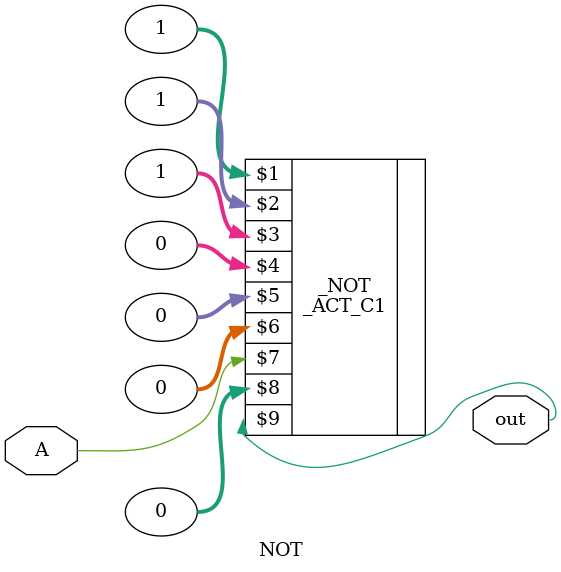
<source format=v>
module NOT (
    input  A,
    output out
);

  _ACT_C1 _NOT (
      1,
      1,
      1,
      0,
      0,
      0,
      A,
      0,
      out
  );

endmodule

</source>
